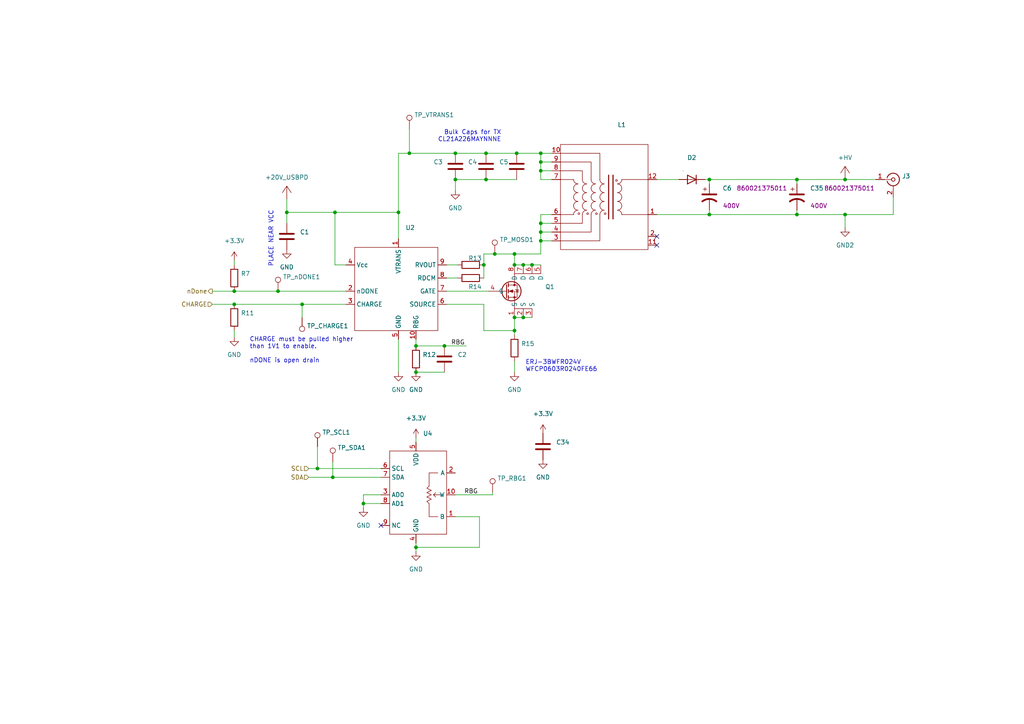
<source format=kicad_sch>
(kicad_sch (version 20211123) (generator eeschema)
  (paper "A4")
  (lib_symbols
    (symbol "+3.3V_1" (power) (pin_names (offset 0))
      (property "Value" "+3.3V_1" (at 0 3.556 0))
      (symbol "+3.3V_1_0_1"
        (polyline (pts (xy -0.762 1.27) (xy 0 2.54)))
        (polyline (pts (xy 0 0) (xy 0 2.54)))
        (polyline (pts (xy 0 2.54) (xy 0.762 1.27)))
      )
      (symbol "+3.3V_1_1_1"
        (pin power_in line (at 0 0 90) (length 0) hide (name "+3.3V") (number "1"))
      )
    )
    (symbol "Connector:Conn_Coaxial" (pin_names (offset 1.016) hide)
      (property "Reference" "J" (at 0.254 3.048 0))
      (property "Value" "Conn_Coaxial" (at 2.921 0 90))
      (symbol "Conn_Coaxial_0_1"
        (arc (start -1.778 -0.508) (mid 0.2311 -1.8066) (end 1.778 0) (stroke (width 0.254)))
        (polyline (pts (xy -2.54 0) (xy -0.508 0)))
        (polyline (pts (xy 0 -2.54) (xy 0 -1.778)))
        (circle (center 0 0) (radius 0.508) (stroke (width 0.2032)))
        (arc (start 1.778 0) (mid 0.2099 1.8101) (end -1.778 0.508) (stroke (width 0.254)))
      )
      (symbol "Conn_Coaxial_1_1"
        (pin passive line (at -5.08 0 0) (length 2.54) (name "In") (number "1"))
        (pin passive line (at 0 -5.08 90) (length 2.54) (name "Ext") (number "2"))
      )
    )
    (symbol "Connector:TestPoint" (pin_numbers hide) (pin_names (offset 0.762) hide)
      (property "Reference" "TP" (at 0 6.858 0))
      (property "Value" "TestPoint" (at 0 5.08 0))
      (symbol "TestPoint_0_1"
        (circle (center 0 3.302) (radius 0.762))
      )
      (symbol "TestPoint_1_1"
        (pin passive line (at 0 0 90) (length 2.54) (name "1") (number "1"))
      )
    )
    (symbol "Device:C" (pin_numbers hide) (pin_names (offset 0.254))
      (property "Reference" "C" (at 0.635 2.54 0))
      (property "Value" "C" (at 0.635 -2.54 0))
      (symbol "C_0_1"
        (polyline (pts (xy -2.032 -0.762) (xy 2.032 -0.762)) (stroke (width 0.508)))
        (polyline (pts (xy -2.032 0.762) (xy 2.032 0.762)) (stroke (width 0.508)))
      )
      (symbol "C_1_1"
        (pin passive line (at 0 3.81 270) (length 2.794) (name "~") (number "1"))
        (pin passive line (at 0 -3.81 90) (length 2.794) (name "~") (number "2"))
      )
    )
    (symbol "Device:C_Polarized_US" (pin_numbers hide) (pin_names (offset 0.254) hide)
      (property "Reference" "C" (at 0.635 2.54 0))
      (property "Value" "C_Polarized_US" (at 0.635 -2.54 0))
      (symbol "C_Polarized_US_0_1"
        (polyline (pts (xy -2.032 0.762) (xy 2.032 0.762)) (stroke (width 0.508)))
        (polyline (pts (xy -1.778 2.286) (xy -0.762 2.286)))
        (polyline (pts (xy -1.27 1.778) (xy -1.27 2.794)))
        (arc (start 2.032 -1.27) (mid 0 -0.5572) (end -2.032 -1.27) (stroke (width 0.508)))
      )
      (symbol "C_Polarized_US_1_1"
        (pin passive line (at 0 3.81 270) (length 2.794) (name "~") (number "1"))
        (pin passive line (at 0 -3.81 90) (length 3.302) (name "~") (number "2"))
      )
    )
    (symbol "Device:D" (pin_numbers hide) (pin_names (offset 1.016) hide)
      (property "Reference" "D" (at 0 2.54 0))
      (property "Value" "D" (at 0 -2.54 0))
      (symbol "D_0_1"
        (polyline (pts (xy -1.27 1.27) (xy -1.27 -1.27)) (stroke (width 0.254)))
        (polyline (pts (xy 1.27 0) (xy -1.27 0)))
        (polyline (pts (xy 1.27 1.27) (xy 1.27 -1.27) (xy -1.27 0) (xy 1.27 1.27)) (stroke (width 0.254)))
      )
      (symbol "D_1_1"
        (pin passive line (at -3.81 0 0) (length 2.54) (name "K") (number "1"))
        (pin passive line (at 3.81 0 180) (length 2.54) (name "A") (number "2"))
      )
    )
    (symbol "Device:R" (pin_numbers hide) (pin_names (offset 0))
      (property "Reference" "R" (at 2.032 0 90))
      (property "Value" "R" (at 0 0 90))
      (symbol "R_0_1"
        (rectangle (start -1.016 -2.54) (end 1.016 2.54) (stroke (width 0.254)))
      )
      (symbol "R_1_1"
        (pin passive line (at 0 3.81 270) (length 1.27) (name "~") (number "1"))
        (pin passive line (at 0 -3.81 90) (length 1.27) (name "~") (number "2"))
      )
    )
    (symbol "GND2_1" (power) (pin_names (offset 0))
      (property "Value" "GND2_1" (at 0 -3.81 0))
      (symbol "GND2_1_0_1"
        (polyline (pts (xy 0 0) (xy 0 -1.27) (xy 1.27 -1.27) (xy 0 -2.54) (xy -1.27 -1.27) (xy 0 -1.27)))
      )
      (symbol "GND2_1_1_1"
        (pin power_in line (at 0 0 270) (length 0) hide (name "GND2") (number "1"))
      )
    )
    (symbol "GND_1" (power) (pin_names (offset 0))
      (property "Value" "GND_1" (at 0 -3.81 0))
      (symbol "GND_1_0_1"
        (polyline (pts (xy 0 0) (xy 0 -1.27) (xy 1.27 -1.27) (xy 0 -2.54) (xy -1.27 -1.27) (xy 0 -1.27)))
      )
      (symbol "GND_1_1_1"
        (pin power_in line (at 0 0 270) (length 0) hide (name "GND") (number "1"))
      )
    )
    (symbol "GND_2" (power) (pin_names (offset 0))
      (property "Value" "GND_2" (at 0 -3.81 0))
      (symbol "GND_2_0_1"
        (polyline (pts (xy 0 0) (xy 0 -1.27) (xy 1.27 -1.27) (xy 0 -2.54) (xy -1.27 -1.27) (xy 0 -1.27)))
      )
      (symbol "GND_2_1_1"
        (pin power_in line (at 0 0 270) (length 0) hide (name "GND") (number "1"))
      )
    )
    (symbol "GND_3" (power) (pin_names (offset 0))
      (property "Value" "GND_3" (at 0 -3.81 0))
      (symbol "GND_3_0_1"
        (polyline (pts (xy 0 0) (xy 0 -1.27) (xy 1.27 -1.27) (xy 0 -2.54) (xy -1.27 -1.27) (xy 0 -1.27)))
      )
      (symbol "GND_3_1_1"
        (pin power_in line (at 0 0 270) (length 0) hide (name "GND") (number "1"))
      )
    )
    (symbol "GND_4" (power) (pin_names (offset 0))
      (property "Value" "GND_4" (at 0 -3.81 0))
      (symbol "GND_4_0_1"
        (polyline (pts (xy 0 0) (xy 0 -1.27) (xy 1.27 -1.27) (xy 0 -2.54) (xy -1.27 -1.27) (xy 0 -1.27)))
      )
      (symbol "GND_4_1_1"
        (pin power_in line (at 0 0 270) (length 0) hide (name "GND") (number "1"))
      )
    )
    (symbol "GND_5" (power) (pin_names (offset 0))
      (property "Value" "GND_5" (at 0 -3.81 0))
      (symbol "GND_5_0_1"
        (polyline (pts (xy 0 0) (xy 0 -1.27) (xy 1.27 -1.27) (xy 0 -2.54) (xy -1.27 -1.27) (xy 0 -1.27)))
      )
      (symbol "GND_5_1_1"
        (pin power_in line (at 0 0 270) (length 0) hide (name "GND") (number "1"))
      )
    )
    (symbol "GND_6" (power) (pin_names (offset 0))
      (property "Value" "GND_6" (at 0 -3.81 0))
      (symbol "GND_6_0_1"
        (polyline (pts (xy 0 0) (xy 0 -1.27) (xy 1.27 -1.27) (xy 0 -2.54) (xy -1.27 -1.27) (xy 0 -1.27)))
      )
      (symbol "GND_6_1_1"
        (pin power_in line (at 0 0 270) (length 0) hide (name "GND") (number "1"))
      )
    )
    (symbol "GND_7" (power) (pin_names (offset 0))
      (property "Value" "GND_7" (at 0 -3.81 0))
      (symbol "GND_7_0_1"
        (polyline (pts (xy 0 0) (xy 0 -1.27) (xy 1.27 -1.27) (xy 0 -2.54) (xy -1.27 -1.27) (xy 0 -1.27)))
      )
      (symbol "GND_7_1_1"
        (pin power_in line (at 0 0 270) (length 0) hide (name "GND") (number "1"))
      )
    )
    (symbol "PDHV_sym:+20V_USBPD" (power) (in_bom no) (on_board no)
      (property "Value" "+20V_USBPD" (at 0 5.08 0))
      (symbol "+20V_USBPD_0_1"
        (polyline (pts (xy 0 0) (xy 0 3.81)))
        (polyline (pts (xy 0 3.81) (xy -1.27 1.905)))
        (polyline (pts (xy 0 3.81) (xy 1.27 1.905)))
      )
      (symbol "+20V_USBPD_1_1"
        (pin power_in line (at 0 0 90) (length 2.54) hide (name "+20V_USBPD") (number "1"))
      )
    )
    (symbol "PDHV_sym:+HV" (power) (in_bom no) (on_board no)
      (property "Value" "+HV" (at 0 5.08 0))
      (symbol "+HV_0_1"
        (polyline (pts (xy 0 0) (xy 0 3.81)))
        (polyline (pts (xy 0 3.81) (xy -1.27 1.905)))
        (polyline (pts (xy 0 3.81) (xy 1.27 1.905)))
      )
      (symbol "+HV_1_1"
        (pin power_in line (at 0 0 90) (length 2.54) hide (name "+HV") (number "1"))
      )
    )
    (symbol "PDHV_sym:AD5170BRMZ2.5"
      (property "Reference" "U" (at -6.35 7.62 0))
      (property "Value" "AD5170BRMZ2.5" (at 0 10.16 0))
      (symbol "AD5170BRMZ2.5_0_0"
        (pin unspecified line (at 10.16 -22.86 180) (length 2.54) (name "B") (number "1"))
        (pin unspecified line (at 10.16 -16.51 180) (length 2.54) (name "W") (number "10"))
        (pin unspecified line (at 10.16 -10.16 180) (length 2.54) (name "A") (number "2"))
        (pin unspecified line (at -11.43 -16.51 0) (length 2.54) (name "AD0") (number "3"))
        (pin unspecified line (at -1.27 -30.48 90) (length 2.54) (name "GND") (number "4"))
        (pin unspecified line (at -1.27 -1.27 270) (length 2.54) (name "VDD") (number "5"))
        (pin unspecified line (at -11.43 -8.89 0) (length 2.54) (name "SCL") (number "6"))
        (pin unspecified line (at -11.43 -11.43 0) (length 2.54) (name "SDA") (number "7"))
        (pin unspecified line (at -11.43 -19.05 0) (length 2.54) (name "AD1") (number "8"))
        (pin unspecified line (at -11.43 -25.4 0) (length 2.54) (name "NC") (number "9"))
      )
      (symbol "AD5170BRMZ2.5_0_1"
        (rectangle (start -8.89 -3.81) (end 7.62 -27.94))
        (polyline (pts (xy 1.905 -18.415) (xy 2.54 -19.05)))
        (polyline (pts (xy 1.905 -17.145) (xy 3.175 -17.78)))
        (polyline (pts (xy 1.905 -15.875) (xy 3.175 -16.51)))
        (polyline (pts (xy 1.905 -14.605) (xy 3.175 -15.24)))
        (polyline (pts (xy 2.54 -13.97) (xy 1.905 -14.605)))
        (polyline (pts (xy 3.175 -17.78) (xy 1.905 -18.415)))
        (polyline (pts (xy 3.175 -16.51) (xy 1.905 -17.145)))
        (polyline (pts (xy 3.175 -15.24) (xy 1.905 -15.875)))
        (polyline (pts (xy 3.81 -16.51) (xy 4.445 -17.145)))
        (polyline (pts (xy 3.81 -16.51) (xy 4.445 -15.875)))
        (polyline (pts (xy 3.81 -16.51) (xy 5.715 -16.51)))
        (polyline (pts (xy 5.08 -22.86) (xy 2.54 -22.86) (xy 2.54 -19.05)))
        (polyline (pts (xy 5.08 -10.16) (xy 2.54 -10.16) (xy 2.54 -13.97)))
      )
    )
    (symbol "PDHV_sym:AON7296"
      (property "Reference" "Q" (at -6.35 5.08 0))
      (property "Value" "AON7296" (at -6.35 7.62 0))
      (symbol "AON7296_0_0"
        (pin passive line (at -6.35 0 0) (length 2.54) (name "G") (number "4"))
        (pin passive line (at 8.89 7.62 270) (length 2.54) (name "D") (number "5"))
        (pin passive line (at 6.35 7.62 270) (length 2.54) (name "D") (number "6"))
        (pin passive line (at 3.81 7.62 270) (length 2.54) (name "D") (number "7"))
        (pin passive line (at 1.27 7.62 270) (length 2.54) (name "D") (number "8"))
      )
      (symbol "AON7296_0_1"
        (polyline (pts (xy -1.016 0) (xy -3.81 0)))
        (polyline (pts (xy -1.016 1.905) (xy -1.016 -1.905)) (stroke (width 0.254)))
        (polyline (pts (xy -0.508 -1.27) (xy -0.508 -2.286)) (stroke (width 0.254)))
        (polyline (pts (xy -0.508 0.508) (xy -0.508 -0.508)) (stroke (width 0.254)))
        (polyline (pts (xy -0.508 2.286) (xy -0.508 1.27)) (stroke (width 0.254)))
        (polyline (pts (xy 1.27 2.54) (xy 1.27 1.778)))
        (polyline (pts (xy 1.27 -2.54) (xy 1.27 0) (xy -0.508 0)))
        (polyline (pts (xy 6.35 -5.08) (xy 1.27 -5.08) (xy 1.27 -2.54)))
        (polyline (pts (xy 8.89 5.08) (xy 1.27 5.08) (xy 1.27 2.54)))
        (polyline (pts (xy -0.508 -1.778) (xy 2.032 -1.778) (xy 2.032 1.778) (xy -0.508 1.778)))
        (polyline (pts (xy -0.254 0) (xy 0.762 0.381) (xy 0.762 -0.381) (xy -0.254 0)) (fill (type outline)))
        (polyline (pts (xy 1.524 0.508) (xy 1.651 0.381) (xy 2.413 0.381) (xy 2.54 0.254)))
        (polyline (pts (xy 2.032 0.381) (xy 1.651 -0.254) (xy 2.413 -0.254) (xy 2.032 0.381)))
        (circle (center 0.381 0) (radius 2.794) (stroke (width 0.254)))
        (circle (center 1.27 -1.778) (radius 0.254) (fill (type outline)))
        (circle (center 1.27 1.778) (radius 0.254) (fill (type outline)))
      )
      (symbol "AON7296_1_1"
        (pin passive line (at 1.27 -7.62 90) (length 2.54) (name "S") (number "1"))
        (pin input line (at 3.81 -7.62 90) (length 2.54) (name "S") (number "2"))
        (pin passive line (at 6.35 -7.62 90) (length 2.54) (name "S") (number "3"))
      )
    )
    (symbol "PDHV_sym:DA2034-AL" (pin_names hide)
      (property "Reference" "L" (at 2.54 1.27 0))
      (property "Value" "DA2034-AL" (at -6.35 1.27 0))
      (symbol "DA2034-AL_0_0"
        (pin unspecified line (at 16.51 -20.32 180) (length 2.54) (name "1") (number "1"))
        (pin unspecified line (at -13.97 -2.54 0) (length 2.54) (name "10") (number "10"))
        (pin unspecified line (at 16.51 -29.21 180) (length 2.54) (name "11") (number "11"))
        (pin unspecified line (at 16.51 -10.16 180) (length 2.54) (name "12") (number "12"))
        (pin unspecified line (at 16.51 -26.67 180) (length 2.54) (name "2") (number "2"))
        (pin unspecified line (at -13.97 -27.94 0) (length 2.54) (name "3") (number "3"))
        (pin unspecified line (at -13.97 -25.4 0) (length 2.54) (name "4") (number "4"))
        (pin unspecified line (at -13.97 -22.86 0) (length 2.54) (name "5") (number "5"))
        (pin unspecified line (at -13.97 -20.32 0) (length 2.54) (name "6") (number "6"))
        (pin unspecified line (at -13.97 -10.16 0) (length 2.54) (name "7") (number "7"))
        (pin unspecified line (at -13.97 -7.62 0) (length 2.54) (name "8") (number "8"))
        (pin unspecified line (at -13.97 -5.08 0) (length 2.54) (name "9") (number "9"))
      )
      (symbol "DA2034-AL_0_1"
        (rectangle (start -11.43 -30.48) (end 13.97 0))
        (arc (start -7.62 -17.78) (mid -8.518 -19.948) (end -6.35 -19.05))
        (arc (start -7.62 -15.24) (mid -8.518 -17.408) (end -6.35 -16.51))
        (arc (start -7.62 -12.7) (mid -8.518 -14.868) (end -6.35 -13.97))
        (arc (start -7.62 -10.16) (mid -8.518 -12.328) (end -6.35 -11.43))
        (arc (start -6.35 -19.05) (mid -8.518 -18.152) (end -7.62 -20.32))
        (arc (start -6.35 -16.51) (mid -8.518 -15.612) (end -7.62 -17.78))
        (arc (start -6.35 -13.97) (mid -8.518 -13.072) (end -7.62 -15.24))
        (arc (start -6.35 -11.43) (mid -8.518 -10.532) (end -7.62 -12.7))
        (circle (center -6.096 -20.066) (radius 0.254))
        (arc (start -5.08 -17.78) (mid -5.978 -19.948) (end -3.81 -19.05))
        (arc (start -5.08 -15.24) (mid -5.978 -17.408) (end -3.81 -16.51))
        (arc (start -5.08 -12.7) (mid -5.978 -14.868) (end -3.81 -13.97))
        (arc (start -5.08 -10.16) (mid -5.978 -12.328) (end -3.81 -11.43))
        (arc (start -3.81 -19.05) (mid -5.978 -18.152) (end -5.08 -20.32))
        (arc (start -3.81 -16.51) (mid -5.978 -15.612) (end -5.08 -17.78))
        (arc (start -3.81 -13.97) (mid -5.978 -13.072) (end -5.08 -15.24))
        (arc (start -3.81 -11.43) (mid -5.978 -10.532) (end -5.08 -12.7))
        (circle (center -3.556 -20.066) (radius 0.254))
        (arc (start -2.54 -17.78) (mid -3.438 -19.948) (end -1.27 -19.05))
        (arc (start -2.54 -15.24) (mid -3.438 -17.408) (end -1.27 -16.51))
        (arc (start -2.54 -12.7) (mid -3.438 -14.868) (end -1.27 -13.97))
        (arc (start -2.54 -10.16) (mid -3.438 -12.328) (end -1.27 -11.43))
        (arc (start -1.27 -19.05) (mid -3.438 -18.152) (end -2.54 -20.32))
        (arc (start -1.27 -16.51) (mid -3.438 -15.612) (end -2.54 -17.78))
        (arc (start -1.27 -13.97) (mid -3.438 -13.072) (end -2.54 -15.24))
        (arc (start -1.27 -11.43) (mid -3.438 -10.532) (end -2.54 -12.7))
        (circle (center -1.016 -20.066) (radius 0.254))
        (arc (start 0 -17.78) (mid -0.898 -19.948) (end 1.27 -19.05))
        (arc (start 0 -15.24) (mid -0.898 -17.408) (end 1.27 -16.51))
        (arc (start 0 -12.7) (mid -0.898 -14.868) (end 1.27 -13.97))
        (arc (start 0 -10.16) (mid -0.898 -12.328) (end 1.27 -11.43))
        (polyline (pts (xy -11.43 -20.32) (xy -7.62 -20.32)))
        (polyline (pts (xy -11.43 -10.16) (xy -7.62 -10.16)))
        (polyline (pts (xy -2.54 -10.16) (xy -2.54 -10.16)))
        (polyline (pts (xy 2.54 -8.89) (xy 2.54 -21.59)) (stroke (width 0.3)))
        (polyline (pts (xy 3.81 -8.89) (xy 3.81 -21.59)) (stroke (width 0.3)))
        (polyline (pts (xy 6.35 -10.16) (xy 13.97 -10.16)))
        (polyline (pts (xy 13.97 -20.32) (xy 6.35 -20.32)))
        (polyline (pts (xy -11.43 -27.94) (xy 0 -27.94) (xy 0 -20.32)))
        (polyline (pts (xy -11.43 -22.86) (xy -5.08 -22.86) (xy -5.08 -20.32)))
        (polyline (pts (xy -11.43 -7.62) (xy -5.08 -7.62) (xy -5.08 -10.16)))
        (polyline (pts (xy -11.43 -5.08) (xy -2.54 -5.08) (xy -2.54 -10.16)))
        (polyline (pts (xy -11.43 -2.54) (xy 0 -2.54) (xy 0 -10.16)))
        (polyline (pts (xy -2.54 -20.32) (xy -2.54 -25.4) (xy -11.43 -25.4)))
        (arc (start 1.27 -19.05) (mid -0.898 -18.152) (end 0 -20.32))
        (arc (start 1.27 -16.51) (mid -0.898 -15.612) (end 0 -17.78))
        (arc (start 1.27 -13.97) (mid -0.898 -13.072) (end 0 -15.24))
        (arc (start 1.27 -11.43) (mid -0.898 -10.532) (end 0 -12.7))
        (circle (center 1.524 -20.066) (radius 0.254))
        (circle (center 4.826 -10.414) (radius 0.254))
        (arc (start 5.08 -19.05) (mid 7.248 -19.948) (end 6.35 -17.78))
        (arc (start 5.08 -16.51) (mid 7.248 -17.408) (end 6.35 -15.24))
        (arc (start 5.08 -13.97) (mid 7.248 -14.868) (end 6.35 -12.7))
        (arc (start 5.08 -11.43) (mid 7.248 -12.328) (end 6.35 -10.16))
        (arc (start 6.35 -20.32) (mid 7.248 -18.152) (end 5.08 -19.05))
        (arc (start 6.35 -17.78) (mid 7.248 -15.612) (end 5.08 -16.51))
        (arc (start 6.35 -15.24) (mid 7.248 -13.072) (end 5.08 -13.97))
        (arc (start 6.35 -12.7) (mid 7.248 -10.532) (end 5.08 -11.43))
        (arc (start 24.13 -7.62) (mid 24.13 -7.62) (end 24.13 -7.62))
      )
    )
    (symbol "PDHV_sym:LT3750A"
      (property "Reference" "U" (at -12.065 3.175 0))
      (property "Value" "LT3750A" (at -8.89 1.27 0))
      (symbol "LT3750A_0_1"
        (rectangle (start -12.7 0) (end 11.43 -24.13))
      )
      (symbol "LT3750A_1_1"
        (pin input line (at 0 2.54 270) (length 2.54) (name "VTRANS") (number "1"))
        (pin input line (at 5.08 -26.67 90) (length 2.54) (name "RBG") (number "10"))
        (pin input line (at -15.24 -12.7 0) (length 2.54) (name "nDONE") (number "2"))
        (pin input line (at -15.24 -16.51 0) (length 2.54) (name "CHARGE") (number "3"))
        (pin input line (at -15.24 -5.08 0) (length 2.54) (name "Vcc") (number "4"))
        (pin input line (at 0 -26.67 90) (length 2.54) (name "GND") (number "5"))
        (pin input line (at 13.97 -16.51 180) (length 2.54) (name "SOURCE") (number "6"))
        (pin input line (at 13.97 -12.7 180) (length 2.54) (name "GATE") (number "7"))
        (pin input line (at 13.97 -8.89 180) (length 2.54) (name "RDCM") (number "8"))
        (pin input line (at 13.97 -5.08 180) (length 2.54) (name "RVOUT") (number "9"))
      )
    )
    (symbol "power:+3.3V" (power) (pin_names (offset 0))
      (property "Value" "+3.3V" (at 0 3.556 0))
      (symbol "+3.3V_0_1"
        (polyline (pts (xy -0.762 1.27) (xy 0 2.54)))
        (polyline (pts (xy 0 0) (xy 0 2.54)))
        (polyline (pts (xy 0 2.54) (xy 0.762 1.27)))
      )
      (symbol "+3.3V_1_1"
        (pin power_in line (at 0 0 90) (length 0) hide (name "+3.3V") (number "1"))
      )
    )
    (symbol "power:GND" (power) (pin_names (offset 0))
      (property "Value" "GND" (at 0 -3.81 0))
      (symbol "GND_0_1"
        (polyline (pts (xy 0 0) (xy 0 -1.27) (xy 1.27 -1.27) (xy 0 -2.54) (xy -1.27 -1.27) (xy 0 -1.27)))
      )
      (symbol "GND_1_1"
        (pin power_in line (at 0 0 270) (length 0) hide (name "GND") (number "1"))
      )
    )
  )
  (junction (at 149.225 76.835))
  (junction (at 149.86 44.45))
  (junction (at 120.65 107.95))
  (junction (at 67.945 84.455))
  (junction (at 245.11 52.07))
  (junction (at 92.075 135.89))
  (junction (at 154.305 76.835))
  (junction (at 118.745 44.45))
  (junction (at 140.97 44.45))
  (junction (at 245.11 62.23))
  (junction (at 156.845 69.85))
  (junction (at 115.57 61.595))
  (junction (at 149.225 73.66))
  (junction (at 156.845 67.31))
  (junction (at 120.65 158.75))
  (junction (at 151.765 76.835))
  (junction (at 156.845 49.53))
  (junction (at 143.51 73.66))
  (junction (at 87.63 88.265))
  (junction (at 156.845 46.99))
  (junction (at 120.65 100.33))
  (junction (at 151.765 92.075))
  (junction (at 97.155 61.595))
  (junction (at 149.225 95.885))
  (junction (at 140.335 76.835))
  (junction (at 231.14 52.07))
  (junction (at 67.945 88.265))
  (junction (at 205.74 62.23))
  (junction (at 140.97 52.07))
  (junction (at 96.52 138.43))
  (junction (at 156.845 44.45))
  (junction (at 128.905 100.33))
  (junction (at 80.645 84.455))
  (junction (at 205.74 52.07))
  (junction (at 132.08 52.07))
  (junction (at 105.41 146.05))
  (junction (at 83.185 61.595))
  (junction (at 231.14 62.23))
  (junction (at 156.845 64.77))
  (junction (at 132.08 44.45))
  (junction (at 149.225 92.075))
  (no_connect (at 190.5 68.58))
  (no_connect (at 110.49 152.4))
  (no_connect (at 190.5 71.12))
  (wire (pts (xy 67.945 88.265) (xy 87.63 88.265)))
  (wire (pts (xy 259.08 62.23) (xy 245.11 62.23)))
  (wire (pts (xy 149.225 104.775) (xy 149.225 107.95)))
  (wire (pts (xy 132.08 143.51) (xy 142.875 143.51)))
  (wire (pts (xy 83.185 61.595) (xy 97.155 61.595)))
  (wire (pts (xy 154.305 76.835) (xy 156.845 76.835)))
  (wire (pts (xy 80.645 84.455) (xy 100.33 84.455)))
  (wire (pts (xy 87.63 88.265) (xy 100.33 88.265)))
  (wire (pts (xy 89.535 138.43) (xy 96.52 138.43)))
  (wire (pts (xy 97.155 61.595) (xy 115.57 61.595)))
  (wire (pts (xy 67.945 95.885) (xy 67.945 97.79)))
  (wire (pts (xy 140.97 44.45) (xy 149.86 44.45)))
  (wire (pts (xy 132.08 52.07) (xy 132.08 55.245)))
  (wire (pts (xy 205.74 60.96) (xy 205.74 62.23)))
  (wire (pts (xy 156.845 69.85) (xy 160.02 69.85)))
  (wire (pts (xy 140.97 52.07) (xy 149.86 52.07)))
  (wire (pts (xy 105.41 143.51) (xy 105.41 146.05)))
  (wire (pts (xy 83.185 57.785) (xy 83.185 61.595)))
  (wire (pts (xy 92.075 135.89) (xy 110.49 135.89)))
  (wire (pts (xy 142.875 142.875) (xy 142.875 143.51)))
  (wire (pts (xy 149.225 92.075) (xy 151.765 92.075)))
  (wire (pts (xy 139.065 158.75) (xy 139.065 149.86)))
  (wire (pts (xy 89.535 135.89) (xy 92.075 135.89)))
  (wire (pts (xy 156.845 62.23) (xy 156.845 64.77)))
  (wire (pts (xy 120.65 127) (xy 120.65 128.27)))
  (wire (pts (xy 105.41 146.05) (xy 105.41 147.32)))
  (wire (pts (xy 156.845 49.53) (xy 156.845 46.99)))
  (wire (pts (xy 120.65 107.95) (xy 128.905 107.95)))
  (wire (pts (xy 149.225 73.66) (xy 156.845 73.66)))
  (wire (pts (xy 100.33 76.835) (xy 97.155 76.835)))
  (wire (pts (xy 149.225 76.835) (xy 151.765 76.835)))
  (wire (pts (xy 151.765 76.835) (xy 154.305 76.835)))
  (wire (pts (xy 115.57 98.425) (xy 115.57 107.95)))
  (wire (pts (xy 156.845 69.85) (xy 156.845 73.66)))
  (wire (pts (xy 83.185 61.595) (xy 83.185 64.77)))
  (wire (pts (xy 92.075 129.54) (xy 92.075 135.89)))
  (wire (pts (xy 156.845 67.31) (xy 156.845 69.85)))
  (wire (pts (xy 120.65 98.425) (xy 120.65 100.33)))
  (wire (pts (xy 118.745 44.45) (xy 132.08 44.45)))
  (wire (pts (xy 231.14 52.07) (xy 245.11 52.07)))
  (wire (pts (xy 156.845 67.31) (xy 160.02 67.31)))
  (wire (pts (xy 156.845 44.45) (xy 160.02 44.45)))
  (wire (pts (xy 149.86 44.45) (xy 156.845 44.45)))
  (wire (pts (xy 140.335 80.645) (xy 140.335 76.835)))
  (wire (pts (xy 139.065 149.86) (xy 132.08 149.86)))
  (wire (pts (xy 156.845 52.07) (xy 160.02 52.07)))
  (wire (pts (xy 149.225 73.66) (xy 149.225 76.835)))
  (wire (pts (xy 129.54 84.455) (xy 141.605 84.455)))
  (wire (pts (xy 96.52 138.43) (xy 110.49 138.43)))
  (wire (pts (xy 67.945 84.455) (xy 80.645 84.455)))
  (wire (pts (xy 205.74 62.23) (xy 231.14 62.23)))
  (wire (pts (xy 143.51 73.66) (xy 149.225 73.66)))
  (wire (pts (xy 156.845 64.77) (xy 156.845 67.31)))
  (wire (pts (xy 231.14 62.23) (xy 245.11 62.23)))
  (wire (pts (xy 149.225 92.075) (xy 149.225 95.885)))
  (wire (pts (xy 110.49 143.51) (xy 105.41 143.51)))
  (wire (pts (xy 120.65 158.75) (xy 139.065 158.75)))
  (wire (pts (xy 205.74 52.07) (xy 231.14 52.07)))
  (wire (pts (xy 115.57 44.45) (xy 115.57 61.595)))
  (wire (pts (xy 245.11 52.07) (xy 254 52.07)))
  (wire (pts (xy 96.52 133.985) (xy 96.52 138.43)))
  (wire (pts (xy 205.74 52.07) (xy 205.74 53.34)))
  (wire (pts (xy 140.97 44.45) (xy 132.08 44.45)))
  (wire (pts (xy 204.47 52.07) (xy 205.74 52.07)))
  (wire (pts (xy 156.845 49.53) (xy 160.02 49.53)))
  (wire (pts (xy 156.845 46.99) (xy 160.02 46.99)))
  (wire (pts (xy 67.945 75.565) (xy 67.945 76.835)))
  (wire (pts (xy 151.765 92.075) (xy 154.305 92.075)))
  (wire (pts (xy 115.57 44.45) (xy 118.745 44.45)))
  (wire (pts (xy 156.845 52.07) (xy 156.845 49.53)))
  (wire (pts (xy 156.845 46.99) (xy 156.845 44.45)))
  (wire (pts (xy 118.745 37.465) (xy 118.745 44.45)))
  (wire (pts (xy 140.335 76.835) (xy 140.335 73.66)))
  (wire (pts (xy 259.08 57.15) (xy 259.08 62.23)))
  (wire (pts (xy 61.595 84.455) (xy 67.945 84.455)))
  (wire (pts (xy 115.57 61.595) (xy 115.57 69.215)))
  (wire (pts (xy 245.11 62.23) (xy 245.11 66.04)))
  (wire (pts (xy 140.335 73.66) (xy 143.51 73.66)))
  (wire (pts (xy 120.65 158.75) (xy 120.65 160.02)))
  (wire (pts (xy 156.845 62.23) (xy 160.02 62.23)))
  (wire (pts (xy 231.14 60.96) (xy 231.14 62.23)))
  (wire (pts (xy 61.595 88.265) (xy 67.945 88.265)))
  (wire (pts (xy 129.54 76.835) (xy 132.715 76.835)))
  (wire (pts (xy 156.845 64.77) (xy 160.02 64.77)))
  (wire (pts (xy 129.54 88.265) (xy 140.335 88.265)))
  (wire (pts (xy 140.335 88.265) (xy 140.335 95.885)))
  (wire (pts (xy 231.14 53.34) (xy 231.14 52.07)))
  (wire (pts (xy 120.65 100.33) (xy 128.905 100.33)))
  (wire (pts (xy 128.905 100.33) (xy 135.255 100.33)))
  (wire (pts (xy 97.155 76.835) (xy 97.155 61.595)))
  (wire (pts (xy 129.54 80.645) (xy 132.715 80.645)))
  (wire (pts (xy 190.5 52.07) (xy 196.85 52.07)))
  (wire (pts (xy 120.65 157.48) (xy 120.65 158.75)))
  (wire (pts (xy 190.5 62.23) (xy 205.74 62.23)))
  (wire (pts (xy 105.41 146.05) (xy 110.49 146.05)))
  (wire (pts (xy 132.08 52.07) (xy 140.97 52.07)))
  (wire (pts (xy 87.63 92.075) (xy 87.63 88.265)))
  (wire (pts (xy 140.335 95.885) (xy 149.225 95.885)))
  (wire (pts (xy 149.225 95.885) (xy 149.225 97.155)))
  (text "CHARGE must be pulled higher\nthan 1V1 to enable.\n\nnDONE is open drain" (at 72.39 105.41 0) (effects (font (size 1.27 1.27)) (justify left bottom)))
  (text "ERJ-3BWFR024V\nWFCP0603R0240FE66" (at 152.4 107.95 0) (effects (font (size 1.27 1.27)) (justify left bottom)))
  (text "PLACE NEAR VCC" (at 79.375 77.47 90) (effects (font (size 1.27 1.27)) (justify left bottom)))
  (text "Bulk Caps for TX\nCL21A226MAYNNNE" (at 145.415 41.275 180) (effects (font (size 1.27 1.27)) (justify right bottom)))
  (label "RBG" (at 134.62 143.51 0))
  (label "RBG" (at 130.81 100.33 0))
  (hierarchical_label "SDA" (shape input) (at 89.535 138.43 180))
  (hierarchical_label "SCL" (shape input) (at 89.535 135.89 180))
  (hierarchical_label "nDone" (shape output) (at 61.595 84.455 180))
  (hierarchical_label "CHARGE" (shape input) (at 61.595 88.265 180))
  (symbol (lib_id "Connector:TestPoint") (at 96.52 133.985 0) (unit 1)
    (property "Reference" "TP_SDA1" (at 97.917 129.8483 0) (effects (justify left)))
  )
  (symbol (lib_id "Device:D") (at 200.66 52.07 180) (unit 1)
    (property "Reference" "D2" (at 200.66 45.72 0))
    (property "MPN" "ES1J" (effects hide))
    (property "Digikey PN" "1655-ES1JCT-ND" (effects hide))
    (property "Voltage" "600V" (effects hide))
  )
  (symbol (lib_id "Connector:TestPoint") (at 118.745 37.465 0) (unit 1)
    (property "Reference" "TP_VTRANS1" (at 120.142 33.3283 0) (effects (justify left)))
  )
  (symbol (lib_id "power:GND") (at 132.08 55.245 0) (unit 1)
    (property "Reference" "#PWR026" (effects hide))
    (property "Value" "GND" (at 132.08 60.325 0))
  )
  (symbol (lib_id "Connector:Conn_Coaxial") (at 259.08 52.07 0) (unit 1)
    (property "Reference" "J3" (at 261.62 51.0931 0) (effects (justify left)))
    (property "Datasheet" " ~" (effects hide))
    (property "MPN" "5227161-2" (effects hide))
  )
  (symbol (lib_id "power:+3.3V") (at 157.48 125.73 0) (unit 1)
    (property "Reference" "#PWR064" (effects hide))
    (property "Value" "+3.3V" (at 157.48 120.015 0))
  )
  (symbol (lib_id "PDHV_sym:AD5170BRMZ2.5") (at 121.92 127 0) (unit 1)
    (property "Reference" "U4" (at 122.6694 125.73 0) (effects (justify left)))
    (property "MPN" "AD5170BRMZ2.5" (effects hide))
  )
  (symbol (lib_id "Device:R") (at 67.945 80.645 0) (unit 1)
    (property "Reference" "R7" (at 69.85 79.3749 0) (effects (justify left)))
    (property "MPN" "RMCF0603JT10K0" (effects hide))
  )
  (symbol (lib_name "GND_2") (lib_id "power:GND") (at 83.185 72.39 0) (unit 1)
    (property "Reference" "#PWR020" (effects hide))
    (property "Value" "GND" (at 83.185 77.47 0))
  )
  (symbol (lib_id "Device:C") (at 128.905 104.14 0) (unit 1)
    (property "Reference" "C2" (at 132.715 102.8699 0) (effects (justify left)))
    (property "MPN" "CL10C101JB8NNNC" (effects hide))
    (property "Voltage" "50V" (effects hide))
  )
  (symbol (lib_id "Connector:TestPoint") (at 80.645 84.455 0) (unit 1)
    (property "Reference" "TP_nDONE1" (at 82.042 80.3183 0) (effects (justify left)))
  )
  (symbol (lib_id "Device:R") (at 136.525 76.835 90) (unit 1)
    (property "Reference" "R13" (at 137.795 74.93 90))
    (property "Digikey PN" "RMCF0603FT12K0CT-ND" (effects hide))
    (property "MPN" "RMCF0603FT12K0" (effects hide))
  )
  (symbol (lib_id "PDHV_sym:+HV") (at 245.11 52.07 0) (unit 1) (in_bom no) (on_board no)
    (property "Reference" "#PWR030" (effects hide))
    (property "Value" "+HV" (at 245.11 45.72 0))
  )
  (symbol (lib_name "GND2_1") (lib_id "power:GND2") (at 245.11 66.04 0) (unit 1)
    (property "Reference" "#PWR028" (effects hide))
    (property "Value" "GND2" (at 245.11 71.12 0))
  )
  (symbol (lib_id "PDHV_sym:LT3750A") (at 115.57 71.755 0) (unit 1)
    (property "Reference" "U2" (at 117.5894 66.04 0) (effects (justify left)))
    (property "MPN" "LT3750A" (effects hide))
  )
  (symbol (lib_name "GND_4") (lib_id "power:GND") (at 115.57 107.95 0) (unit 1)
    (property "Reference" "#PWR022" (effects hide))
    (property "Value" "GND" (at 115.57 113.03 0))
  )
  (symbol (lib_id "Device:R") (at 120.65 104.14 0) (unit 1)
    (property "Reference" "R12" (at 122.555 102.8699 0) (effects (justify left)))
    (property "MPN" "DNP" (effects hide))
  )
  (symbol (lib_id "PDHV_sym:+20V_USBPD") (at 83.185 57.785 0) (unit 1) (in_bom no) (on_board no)
    (property "Reference" "#PWR019" (effects hide))
    (property "Value" "+20V_USBPD" (at 83.185 51.435 0))
  )
  (symbol (lib_id "Device:C") (at 149.86 48.26 0) (mirror y) (unit 1)
    (property "Reference" "C5" (at 144.78 46.99 0) (effects (justify right)))
    (property "Voltage" "25V" (effects hide))
    (property "MPN" "CL21A226MAYNNNE" (effects hide))
  )
  (symbol (lib_id "Device:C") (at 132.08 48.26 0) (mirror y) (unit 1)
    (property "Reference" "C3" (at 125.73 46.99 0) (effects (justify right)))
    (property "Voltage" "25V" (effects hide))
    (property "MPN" "CL21A226MAYNNNE" (effects hide))
  )
  (symbol (lib_name "GND_7") (lib_id "power:GND") (at 157.48 133.35 0) (unit 1)
    (property "Reference" "#PWR065" (effects hide))
    (property "Value" "GND" (at 157.48 138.43 0))
  )
  (symbol (lib_id "Connector:TestPoint") (at 142.875 142.875 0) (unit 1)
    (property "Reference" "TP_RBG1" (at 144.272 138.7383 0) (effects (justify left)))
  )
  (symbol (lib_id "Device:C_Polarized_US") (at 231.14 57.15 0) (unit 1)
    (property "Reference" "C35" (at 234.95 54.61 0) (effects (justify left)))
    (property "MPN" "860021375011" (at 246.38 54.61 0))
    (property "Voltage" "400V" (at 237.49 59.69 0))
  )
  (symbol (lib_name "GND_1") (lib_id "power:GND") (at 67.945 97.79 0) (unit 1)
    (property "Reference" "#PWR018" (effects hide))
    (property "Value" "GND" (at 67.945 102.87 0))
  )
  (symbol (lib_name "GND_5") (lib_id "power:GND") (at 149.225 107.95 0) (unit 1)
    (property "Reference" "#PWR027" (effects hide))
    (property "Value" "GND" (at 149.225 113.03 0))
  )
  (symbol (lib_id "Device:R") (at 149.225 100.965 0) (unit 1)
    (property "Reference" "R15" (at 151.13 99.6949 0) (effects (justify left)))
    (property "Digikey PN" "541-WFCP0603R0240FE66CT-ND" (effects hide))
    (property "MPN" "WFCP0603R0240FE66" (effects hide))
  )
  (symbol (lib_id "Connector:TestPoint") (at 143.51 73.66 0) (unit 1)
    (property "Reference" "TP_MOSD1" (at 144.907 69.5233 0) (effects (justify left)))
  )
  (symbol (lib_id "Connector:TestPoint") (at 87.63 92.075 180) (unit 1)
    (property "Reference" "TP_CHARGE1" (at 89.027 94.5423 0) (effects (justify right)))
  )
  (symbol (lib_id "Device:R") (at 67.945 92.075 0) (unit 1)
    (property "Reference" "R11" (at 69.85 90.8049 0) (effects (justify left)))
    (property "MPN" "RMCF0603JT10K0" (effects hide))
  )
  (symbol (lib_name "GND_7") (lib_id "power:GND") (at 120.65 160.02 0) (unit 1)
    (property "Reference" "#PWR025" (effects hide))
    (property "Value" "GND" (at 120.65 165.1 0))
  )
  (symbol (lib_id "Connector:TestPoint") (at 92.075 129.54 0) (unit 1)
    (property "Reference" "TP_SCL1" (at 93.472 125.4033 0) (effects (justify left)))
  )
  (symbol (lib_id "Device:R") (at 136.525 80.645 90) (unit 1)
    (property "Reference" "R14" (at 137.795 83.185 90))
    (property "Digikey PN" "311-43.0KHRCT-ND" (effects hide))
    (property "MPN" "RC0603FR-0743KL" (effects hide))
  )
  (symbol (lib_id "PDHV_sym:AON7296") (at 147.955 84.455 0) (unit 1)
    (property "Reference" "Q1" (at 158.115 83.1849 0) (effects (justify left)))
    (property "MPN" "AON7296" (effects hide))
  )
  (symbol (lib_id "PDHV_sym:DA2034-AL") (at 173.99 41.91 0) (unit 1)
    (property "Reference" "L1" (at 180.34 36.195 0))
    (property "MPN" "DA2034-AL" (effects hide))
  )
  (symbol (lib_id "Device:C_Polarized_US") (at 205.74 57.15 0) (unit 1)
    (property "Reference" "C6" (at 209.55 54.61 0) (effects (justify left)))
    (property "MPN" "860021375011" (at 220.98 54.61 0))
    (property "Voltage" "400V" (at 212.09 59.69 0))
  )
  (symbol (lib_name "GND_3") (lib_id "power:GND") (at 120.65 107.95 0) (unit 1)
    (property "Reference" "#PWR023" (effects hide))
    (property "Value" "GND" (at 120.65 113.03 0))
  )
  (symbol (lib_name "+3.3V_1") (lib_id "power:+3.3V") (at 67.945 75.565 0) (unit 1)
    (property "Reference" "#PWR017" (effects hide))
    (property "Value" "+3.3V" (at 67.945 69.85 0))
  )
  (symbol (lib_id "power:+3.3V") (at 120.65 127 0) (unit 1)
    (property "Reference" "#PWR024" (effects hide))
    (property "Value" "+3.3V" (at 120.65 121.285 0))
  )
  (symbol (lib_id "Device:C") (at 83.185 68.58 0) (unit 1)
    (property "Reference" "C1" (at 86.995 67.3099 0) (effects (justify left)))
    (property "Voltage" "25V" (effects hide))
    (property "MPN" "CL21A106KAYNNNG" (effects hide))
  )
  (symbol (lib_id "Device:C") (at 157.48 129.54 0) (unit 1)
    (property "Reference" "C34" (at 161.29 128.2699 0) (effects (justify left)))
    (property "Voltage" "10V" (effects hide))
    (property "MPN" "CC0603KRX7R6BB104" (effects hide))
  )
  (symbol (lib_id "Device:C") (at 140.97 48.26 0) (mirror y) (unit 1)
    (property "Reference" "C4" (at 138.43 46.99 0) (effects (justify left)))
    (property "Voltage" "25V" (effects hide))
    (property "MPN" "CL21A226MAYNNNE" (effects hide))
  )
  (symbol (lib_name "GND_6") (lib_id "power:GND") (at 105.41 147.32 0) (unit 1)
    (property "Reference" "#PWR021" (effects hide))
    (property "Value" "GND" (at 105.41 152.4 0))
  )
)
</source>
